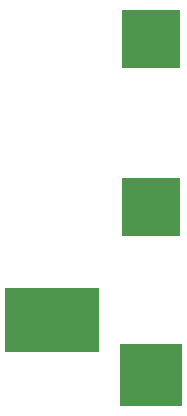
<source format=gbs>
G04 (created by PCBNEW (2013-07-07 BZR 4022)-stable) date 6/10/2015 11:43:32 PM*
%MOIN*%
G04 Gerber Fmt 3.4, Leading zero omitted, Abs format*
%FSLAX34Y34*%
G01*
G70*
G90*
G04 APERTURE LIST*
%ADD10C,0.00590551*%
%ADD11R,0.315X0.2165*%
%ADD12R,0.19685X0.19685*%
%ADD13R,0.208661X0.208661*%
G04 APERTURE END LIST*
G54D10*
G54D11*
X53925Y-37000D03*
G54D12*
X57250Y-33250D03*
G54D13*
X57250Y-38840D03*
G54D12*
X57250Y-27659D03*
M02*

</source>
